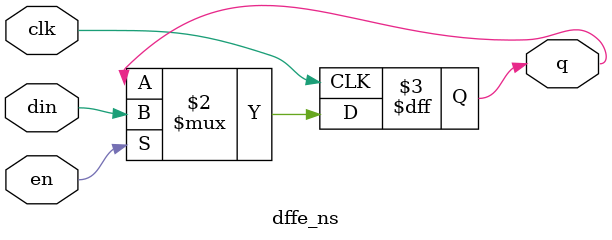
<source format=v>
module dffe_ns (din, en, clk, q);
parameter SIZE = 1;
input	[SIZE-1:0]	din ;	
input			en ;	
input			clk ;	
output	[SIZE-1:0]	q ;	
reg 	[SIZE-1:0]	q ;
always @ (posedge clk)
  q[SIZE-1:0] <= en ? din[SIZE-1:0] : q[SIZE-1:0];
endmodule
</source>
